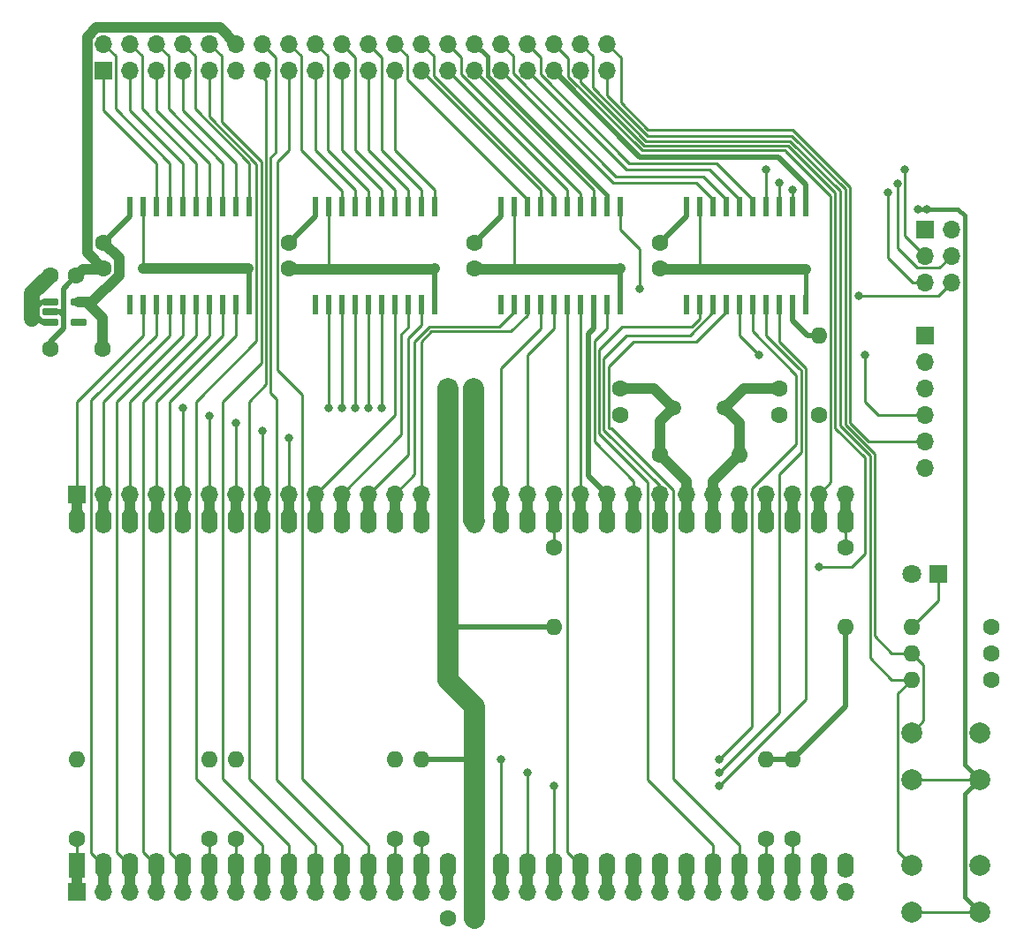
<source format=gbr>
%TF.GenerationSoftware,KiCad,Pcbnew,8.0.5*%
%TF.CreationDate,2025-08-25T13:08:50+09:00*%
%TF.ProjectId,TangConsoleDCJ11MEM,54616e67-436f-46e7-936f-6c6544434a31,rev?*%
%TF.SameCoordinates,Original*%
%TF.FileFunction,Copper,L1,Top*%
%TF.FilePolarity,Positive*%
%FSLAX46Y46*%
G04 Gerber Fmt 4.6, Leading zero omitted, Abs format (unit mm)*
G04 Created by KiCad (PCBNEW 8.0.5) date 2025-08-25 13:08:50*
%MOMM*%
%LPD*%
G01*
G04 APERTURE LIST*
G04 Aperture macros list*
%AMRoundRect*
0 Rectangle with rounded corners*
0 $1 Rounding radius*
0 $2 $3 $4 $5 $6 $7 $8 $9 X,Y pos of 4 corners*
0 Add a 4 corners polygon primitive as box body*
4,1,4,$2,$3,$4,$5,$6,$7,$8,$9,$2,$3,0*
0 Add four circle primitives for the rounded corners*
1,1,$1+$1,$2,$3*
1,1,$1+$1,$4,$5*
1,1,$1+$1,$6,$7*
1,1,$1+$1,$8,$9*
0 Add four rect primitives between the rounded corners*
20,1,$1+$1,$2,$3,$4,$5,0*
20,1,$1+$1,$4,$5,$6,$7,0*
20,1,$1+$1,$6,$7,$8,$9,0*
20,1,$1+$1,$8,$9,$2,$3,0*%
G04 Aperture macros list end*
%TA.AperFunction,ComponentPad*%
%ADD10C,1.600000*%
%TD*%
%TA.AperFunction,SMDPad,CuDef*%
%ADD11R,0.558800X1.981200*%
%TD*%
%TA.AperFunction,ComponentPad*%
%ADD12C,2.000000*%
%TD*%
%TA.AperFunction,ComponentPad*%
%ADD13O,1.600000X1.600000*%
%TD*%
%TA.AperFunction,ComponentPad*%
%ADD14R,1.700000X1.700000*%
%TD*%
%TA.AperFunction,ComponentPad*%
%ADD15O,1.700000X1.700000*%
%TD*%
%TA.AperFunction,ComponentPad*%
%ADD16C,1.500000*%
%TD*%
%TA.AperFunction,SMDPad,CuDef*%
%ADD17RoundRect,0.162500X-0.617500X-0.162500X0.617500X-0.162500X0.617500X0.162500X-0.617500X0.162500X0*%
%TD*%
%TA.AperFunction,ComponentPad*%
%ADD18C,1.800000*%
%TD*%
%TA.AperFunction,ComponentPad*%
%ADD19R,1.800000X1.800000*%
%TD*%
%TA.AperFunction,ComponentPad*%
%ADD20R,1.600000X2.400000*%
%TD*%
%TA.AperFunction,ComponentPad*%
%ADD21O,1.600000X2.400000*%
%TD*%
%TA.AperFunction,ComponentPad*%
%ADD22R,1.600000X1.600000*%
%TD*%
%TA.AperFunction,ViaPad*%
%ADD23C,0.800000*%
%TD*%
%TA.AperFunction,Conductor*%
%ADD24C,1.000000*%
%TD*%
%TA.AperFunction,Conductor*%
%ADD25C,0.250000*%
%TD*%
%TA.AperFunction,Conductor*%
%ADD26C,0.400000*%
%TD*%
%TA.AperFunction,Conductor*%
%ADD27C,0.500000*%
%TD*%
%TA.AperFunction,Conductor*%
%ADD28C,2.000000*%
%TD*%
%TA.AperFunction,Conductor*%
%ADD29C,1.500000*%
%TD*%
G04 APERTURE END LIST*
D10*
%TO.P,C8,1*%
%TO.N,+3.3V*%
X63500000Y-21590000D03*
%TO.P,C8,2*%
%TO.N,GND*%
X63500000Y-24090000D03*
%TD*%
%TO.P,C6,1*%
%TO.N,+3.3V*%
X27940000Y-21590000D03*
%TO.P,C6,2*%
%TO.N,GND*%
X27940000Y-24090000D03*
%TD*%
%TO.P,C7,1*%
%TO.N,+3.3V*%
X10160000Y-21590000D03*
%TO.P,C7,2*%
%TO.N,GND*%
X10160000Y-24090000D03*
%TD*%
%TO.P,C5,1*%
%TO.N,+3.3V*%
X45720000Y-21590000D03*
%TO.P,C5,2*%
%TO.N,GND*%
X45720000Y-24090000D03*
%TD*%
D11*
%TO.P,U5,1,NC*%
%TO.N,unconnected-(U5-NC-Pad1)*%
X66040000Y-27546300D03*
%TO.P,U5,2,A1*%
%TO.N,DAL17*%
X67310000Y-27546300D03*
%TO.P,U5,3,A2*%
%TO.N,SCTL_n*%
X68580000Y-27546300D03*
%TO.P,U5,4,A3*%
%TO.N,DAL16*%
X69850000Y-27546300D03*
%TO.P,U5,5,A4*%
%TO.N,GPIO_RX*%
X71120000Y-27546300D03*
%TO.P,U5,6,A5*%
%TO.N,BS0*%
X72390000Y-27546300D03*
%TO.P,U5,7,A6*%
%TO.N,BS1*%
X73660000Y-27546300D03*
%TO.P,U5,8,A7*%
%TO.N,MAP_n*%
X74930000Y-27546300D03*
%TO.P,U5,9,A8*%
%TO.N,Net-(U5-A8)*%
X76200000Y-27546300D03*
%TO.P,U5,10,GND*%
%TO.N,GND*%
X77470000Y-27546300D03*
%TO.P,U5,11,B8*%
%TO.N,CLK2_L*%
X77470000Y-18173700D03*
%TO.P,U5,12,B7*%
%TO.N,MAP_n_L*%
X76200000Y-18173700D03*
%TO.P,U5,13,B6*%
%TO.N,BS1_L*%
X74930000Y-18173700D03*
%TO.P,U5,14,B5*%
%TO.N,BS0_L*%
X73660000Y-18173700D03*
%TO.P,U5,15,B4*%
%TO.N,GPIO_RX_L*%
X72390000Y-18173700D03*
%TO.P,U5,16,B3*%
%TO.N,DAL16_L*%
X71120000Y-18173700D03*
%TO.P,U5,17,B2*%
%TO.N,SCTL_n_L*%
X69850000Y-18173700D03*
%TO.P,U5,18,B1*%
%TO.N,DAL17_L*%
X68580000Y-18173700D03*
%TO.P,U5,19,\u002AOE*%
%TO.N,GND*%
X67310000Y-18173700D03*
%TO.P,U5,20,VCC*%
%TO.N,+3.3V*%
X66040000Y-18173700D03*
%TD*%
D12*
%TO.P,SW1,2,2*%
%TO.N,+3.3V*%
X94130000Y-73080000D03*
X87630000Y-73080000D03*
%TO.P,SW1,1,1*%
%TO.N,INIT_SW*%
X94130000Y-68580000D03*
X87630000Y-68580000D03*
%TD*%
D10*
%TO.P,R8,1*%
%TO.N,PARITY_n*%
X40640000Y-78740000D03*
D13*
%TO.P,R8,2*%
%TO.N,+5V*%
X40640000Y-71120000D03*
%TD*%
D14*
%TO.P,J5,1,Pin_1*%
%TO.N,GND*%
X88900000Y-20320000D03*
D15*
%TO.P,J5,2,Pin_2*%
X91440000Y-20320000D03*
%TO.P,J5,3,Pin_3*%
%TO.N,BS0_L*%
X88900000Y-22860000D03*
%TO.P,J5,4,Pin_4*%
%TO.N,BS1_L*%
X91440000Y-22860000D03*
%TO.P,J5,5,Pin_5*%
%TO.N,MAP_n_L*%
X88900000Y-25400000D03*
%TO.P,J5,6,Pin_6*%
%TO.N,STRB_n_L*%
X91440000Y-25400000D03*
%TD*%
D14*
%TO.P,J2,1,Pin_1*%
%TO.N,TEST1_n*%
X7620000Y-83820000D03*
D15*
%TO.P,J2,2,Pin_2*%
%TO.N,AIO0*%
X10160000Y-83820000D03*
%TO.P,J2,3,Pin_3*%
%TO.N,AIO1*%
X12700000Y-83820000D03*
%TO.P,J2,4,Pin_4*%
%TO.N,AIO2*%
X15240000Y-83820000D03*
%TO.P,J2,5,Pin_5*%
%TO.N,AIO3*%
X17780000Y-83820000D03*
%TO.P,J2,6,Pin_6*%
%TO.N,PWRF_n*%
X20320000Y-83820000D03*
%TO.P,J2,7,Pin_7*%
%TO.N,FPE_n*%
X22860000Y-83820000D03*
%TO.P,J2,8,Pin_8*%
%TO.N,EVENT_n*%
X25400000Y-83820000D03*
%TO.P,J2,9,Pin_9*%
%TO.N,HALT*%
X27940000Y-83820000D03*
%TO.P,J2,10,Pin_10*%
%TO.N,IRQ0*%
X30480000Y-83820000D03*
%TO.P,J2,11,Pin_11*%
%TO.N,IRQ1*%
X33020000Y-83820000D03*
%TO.P,J2,12,Pin_12*%
%TO.N,IRQ2*%
X35560000Y-83820000D03*
%TO.P,J2,13,Pin_13*%
%TO.N,IRQ3*%
X38100000Y-83820000D03*
%TO.P,J2,14,Pin_14*%
%TO.N,PARITY_n*%
X40640000Y-83820000D03*
%TO.P,J2,15,Pin_15*%
%TO.N,GND*%
X43180000Y-83820000D03*
%TO.P,J2,16,Pin_16*%
%TO.N,+5V*%
X45720000Y-83820000D03*
%TO.P,J2,17,Pin_17*%
%TO.N,BS0*%
X48260000Y-83820000D03*
%TO.P,J2,18,Pin_18*%
%TO.N,BS1*%
X50800000Y-83820000D03*
%TO.P,J2,19,Pin_19*%
%TO.N,MAP_n*%
X53340000Y-83820000D03*
%TO.P,J2,20,Pin_20*%
%TO.N,ABORT_n*%
X55880000Y-83820000D03*
%TO.P,J2,21,Pin_21*%
%TO.N,DAL21*%
X58420000Y-83820000D03*
%TO.P,J2,22,Pin_22*%
%TO.N,DAL20*%
X60960000Y-83820000D03*
%TO.P,J2,23,Pin_23*%
%TO.N,DAL19*%
X63500000Y-83820000D03*
%TO.P,J2,24,Pin_24*%
%TO.N,DAL18*%
X66040000Y-83820000D03*
%TO.P,J2,25,Pin_25*%
%TO.N,DAL17*%
X68580000Y-83820000D03*
%TO.P,J2,26,Pin_26*%
%TO.N,DAL16*%
X71120000Y-83820000D03*
%TO.P,J2,27,Pin_27*%
%TO.N,DMR_n*%
X73660000Y-83820000D03*
%TO.P,J2,28,Pin_28*%
%TO.N,MISS_n*%
X76200000Y-83820000D03*
%TO.P,J2,29,Pin_29*%
%TO.N,PRDC_n*%
X78740000Y-83820000D03*
%TO.P,J2,30,Pin_30*%
%TO.N,unconnected-(J2-Pin_30-Pad30)*%
X81280000Y-83820000D03*
%TD*%
D10*
%TO.P,R11,1*%
%TO.N,CLK2*%
X78740000Y-38100000D03*
D13*
%TO.P,R11,2*%
%TO.N,Net-(U5-A8)*%
X78740000Y-30480000D03*
%TD*%
D10*
%TO.P,R12,1*%
%TO.N,GND*%
X95250000Y-58420000D03*
D13*
%TO.P,R12,2*%
%TO.N,Net-(D1-K)*%
X87630000Y-58420000D03*
%TD*%
D10*
%TO.P,R10,1*%
%TO.N,MISS_n*%
X76200000Y-78740000D03*
D13*
%TO.P,R10,2*%
%TO.N,+5V*%
X76200000Y-71120000D03*
%TD*%
D16*
%TO.P,Y1,1,1*%
%TO.N,XTALI*%
X69650000Y-37465000D03*
%TO.P,Y1,2,2*%
%TO.N,XTALO*%
X64770000Y-37465000D03*
%TD*%
D17*
%TO.P,U6,1,VIN*%
%TO.N,+5V*%
X5080000Y-27310000D03*
%TO.P,U6,2,GND*%
%TO.N,GND*%
X5080000Y-28260000D03*
%TO.P,U6,3,CONTROL*%
%TO.N,+5V*%
X5080000Y-29210000D03*
%TO.P,U6,4,CS*%
%TO.N,unconnected-(U6-CS-Pad4)*%
X7780000Y-29210000D03*
%TO.P,U6,5,VOUT*%
%TO.N,+3.3V*%
X7780000Y-27310000D03*
%TD*%
D18*
%TO.P,D1,2,A*%
%TO.N,+5V*%
X87630000Y-53340000D03*
D19*
%TO.P,D1,1,K*%
%TO.N,Net-(D1-K)*%
X90170000Y-53340000D03*
%TD*%
D10*
%TO.P,C1,1*%
%TO.N,GND*%
X59690000Y-38100000D03*
%TO.P,C1,2*%
%TO.N,XTALO*%
X59690000Y-35600000D03*
%TD*%
%TO.P,R3,1*%
%TO.N,TEST2_n*%
X81280000Y-50800000D03*
D13*
%TO.P,R3,2*%
%TO.N,+5V*%
X81280000Y-58420000D03*
%TD*%
D10*
%TO.P,C2,1*%
%TO.N,GND*%
X74930000Y-38100000D03*
%TO.P,C2,2*%
%TO.N,XTALI*%
X74930000Y-35600000D03*
%TD*%
%TO.P,R2,1*%
%TO.N,DV*%
X53340000Y-50800000D03*
D13*
%TO.P,R2,2*%
%TO.N,+5V*%
X53340000Y-58420000D03*
%TD*%
D10*
%TO.P,R13,1*%
%TO.N,GND*%
X95250000Y-60960000D03*
D13*
%TO.P,R13,2*%
%TO.N,INIT_SW*%
X87630000Y-60960000D03*
%TD*%
D10*
%TO.P,R5,1*%
%TO.N,PWRF_n*%
X20320000Y-78740000D03*
D13*
%TO.P,R5,2*%
%TO.N,+5V*%
X20320000Y-71120000D03*
%TD*%
D10*
%TO.P,C10,1*%
%TO.N,+5V*%
X45720000Y-86360000D03*
%TO.P,C10,2*%
%TO.N,GND*%
X43220000Y-86360000D03*
%TD*%
D12*
%TO.P,SW2,1,1*%
%TO.N,HALT_SW*%
X87630000Y-81280000D03*
X94130000Y-81280000D03*
%TO.P,SW2,2,2*%
%TO.N,+3.3V*%
X87630000Y-85780000D03*
X94130000Y-85780000D03*
%TD*%
D10*
%TO.P,R7,1*%
%TO.N,IRQ3*%
X38100000Y-78740000D03*
D13*
%TO.P,R7,2*%
%TO.N,GND*%
X38100000Y-71120000D03*
%TD*%
D10*
%TO.P,R9,1*%
%TO.N,DMR_n*%
X73660000Y-78740000D03*
D13*
%TO.P,R9,2*%
%TO.N,+5V*%
X73660000Y-71120000D03*
%TD*%
D10*
%TO.P,R1,1*%
%TO.N,XTALO*%
X63500000Y-41910000D03*
D13*
%TO.P,R1,2*%
%TO.N,XTALI*%
X71120000Y-41910000D03*
%TD*%
D20*
%TO.P,U1,1,~{TEST1}*%
%TO.N,TEST1_n*%
X7620000Y-81280000D03*
D21*
%TO.P,U1,2,AIO0*%
%TO.N,AIO0*%
X10160000Y-81280000D03*
%TO.P,U1,3,AIO1*%
%TO.N,AIO1*%
X12700000Y-81280000D03*
%TO.P,U1,4,AIO2*%
%TO.N,AIO2*%
X15240000Y-81280000D03*
%TO.P,U1,5,AIO3*%
%TO.N,AIO3*%
X17780000Y-81280000D03*
%TO.P,U1,6,~{PWRF}*%
%TO.N,PWRF_n*%
X20320000Y-81280000D03*
%TO.P,U1,7,~{FPE}*%
%TO.N,FPE_n*%
X22860000Y-81280000D03*
%TO.P,U1,8,~{EVENT}*%
%TO.N,EVENT_n*%
X25400000Y-81280000D03*
%TO.P,U1,9,HALT*%
%TO.N,HALT*%
X27940000Y-81280000D03*
%TO.P,U1,10,IRQ0*%
%TO.N,IRQ0*%
X30480000Y-81280000D03*
%TO.P,U1,11,IRQ1*%
%TO.N,IRQ1*%
X33020000Y-81280000D03*
%TO.P,U1,12,IRQ2*%
%TO.N,IRQ2*%
X35560000Y-81280000D03*
%TO.P,U1,13,IRQ3*%
%TO.N,IRQ3*%
X38100000Y-81280000D03*
%TO.P,U1,14,~{PARITY}*%
%TO.N,PARITY_n*%
X40640000Y-81280000D03*
%TO.P,U1,15,GND*%
%TO.N,GND*%
X43180000Y-81280000D03*
%TO.P,U1,16,VCC*%
%TO.N,+5V*%
X45720000Y-81280000D03*
%TO.P,U1,17,BS0*%
%TO.N,BS0*%
X48260000Y-81280000D03*
%TO.P,U1,18,BS1*%
%TO.N,BS1*%
X50800000Y-81280000D03*
%TO.P,U1,19,~{MAP}*%
%TO.N,MAP_n*%
X53340000Y-81280000D03*
%TO.P,U1,20,~{ABORT}*%
%TO.N,ABORT_n*%
X55880000Y-81280000D03*
%TO.P,U1,21,DAL21*%
%TO.N,DAL21*%
X58420000Y-81280000D03*
%TO.P,U1,22,DAL20*%
%TO.N,DAL20*%
X60960000Y-81280000D03*
%TO.P,U1,23,DAL19*%
%TO.N,DAL19*%
X63500000Y-81280000D03*
%TO.P,U1,24,DAL18*%
%TO.N,DAL18*%
X66040000Y-81280000D03*
%TO.P,U1,25,DAL17*%
%TO.N,DAL17*%
X68580000Y-81280000D03*
%TO.P,U1,26,DAL16*%
%TO.N,DAL16*%
X71120000Y-81280000D03*
%TO.P,U1,27,~{DMR}*%
%TO.N,DMR_n*%
X73660000Y-81280000D03*
%TO.P,U1,28,~{MISS}*%
%TO.N,MISS_n*%
X76200000Y-81280000D03*
%TO.P,U1,29,~{PRDC}*%
%TO.N,PRDC_n*%
X78740000Y-81280000D03*
%TO.P,U1,30,NC*%
%TO.N,unconnected-(U1-NC-Pad30)*%
X81280000Y-81280000D03*
%TO.P,U1,31,~{TEST2}*%
%TO.N,TEST2_n*%
X81280000Y-48260000D03*
%TO.P,U1,32,CONT*%
%TO.N,CONT_n*%
X78740000Y-48260000D03*
%TO.P,U1,33,~{INIT}*%
%TO.N,INIT_n*%
X76200000Y-48260000D03*
%TO.P,U1,34,CLK2*%
%TO.N,CLK2*%
X73660000Y-48260000D03*
%TO.P,U1,35,CLK*%
%TO.N,CLK*%
X71120000Y-48260000D03*
%TO.P,U1,36,XTALI*%
%TO.N,XTALI*%
X68580000Y-48260000D03*
%TO.P,U1,37,XTALO*%
%TO.N,XTALO*%
X66040000Y-48260000D03*
%TO.P,U1,38,~{SCTL}*%
%TO.N,SCTL_n*%
X63500000Y-48260000D03*
%TO.P,U1,39,~{STRB}*%
%TO.N,STRB_n*%
X60960000Y-48260000D03*
%TO.P,U1,40,~{ALE}*%
%TO.N,ALE_n*%
X58420000Y-48260000D03*
%TO.P,U1,41,~{BUFCTL}*%
%TO.N,BUFCTL_n*%
X55880000Y-48260000D03*
%TO.P,U1,42,DV*%
%TO.N,DV*%
X53340000Y-48260000D03*
%TO.P,U1,43,DAL5*%
%TO.N,DAL5*%
X50800000Y-48260000D03*
%TO.P,U1,44,DAL4*%
%TO.N,DAL4*%
X48260000Y-48260000D03*
%TO.P,U1,45,GND*%
%TO.N,GND*%
X45720000Y-48260000D03*
%TO.P,U1,46,VCC*%
%TO.N,+5V*%
X43180000Y-48260000D03*
%TO.P,U1,47,DAL3*%
%TO.N,DAL3*%
X40640000Y-48260000D03*
%TO.P,U1,48,DAL2*%
%TO.N,DAL2*%
X38100000Y-48260000D03*
%TO.P,U1,49,DAL1*%
%TO.N,DAL1*%
X35560000Y-48260000D03*
%TO.P,U1,50,DAL15*%
%TO.N,DAL15*%
X33020000Y-48260000D03*
%TO.P,U1,51,DAL14*%
%TO.N,DAL14*%
X30480000Y-48260000D03*
%TO.P,U1,52,DAL13*%
%TO.N,DAL13*%
X27940000Y-48260000D03*
%TO.P,U1,53,DAL12*%
%TO.N,DAL12*%
X25400000Y-48260000D03*
%TO.P,U1,54,DAL11*%
%TO.N,DAL11*%
X22860000Y-48260000D03*
%TO.P,U1,55,DAL10*%
%TO.N,DAL10*%
X20320000Y-48260000D03*
%TO.P,U1,56,DAL9*%
%TO.N,DAL9*%
X17780000Y-48260000D03*
%TO.P,U1,57,DAL0*%
%TO.N,DAL0*%
X15240000Y-48260000D03*
%TO.P,U1,58,DAL8*%
%TO.N,DAL8*%
X12700000Y-48260000D03*
%TO.P,U1,59,DAL7*%
%TO.N,DAL7*%
X10160000Y-48260000D03*
%TO.P,U1,60,DAL6*%
%TO.N,DAL6*%
X7620000Y-48260000D03*
%TD*%
D10*
%TO.P,C9,1*%
%TO.N,+5V*%
X43180000Y-43180000D03*
%TO.P,C9,2*%
%TO.N,GND*%
X45680000Y-43180000D03*
%TD*%
%TO.P,R6,1*%
%TO.N,FPE_n*%
X22860000Y-78740000D03*
D13*
%TO.P,R6,2*%
%TO.N,+5V*%
X22860000Y-71120000D03*
%TD*%
D11*
%TO.P,U3,1,NC*%
%TO.N,unconnected-(U3-NC-Pad1)*%
X30480000Y-27546300D03*
%TO.P,U3,2,A1*%
%TO.N,DAL9*%
X31750000Y-27546300D03*
%TO.P,U3,3,A2*%
%TO.N,DAL10*%
X33020000Y-27546300D03*
%TO.P,U3,4,A3*%
%TO.N,DAL11*%
X34290000Y-27546300D03*
%TO.P,U3,5,A4*%
%TO.N,DAL12*%
X35560000Y-27546300D03*
%TO.P,U3,6,A5*%
%TO.N,DAL13*%
X36830000Y-27546300D03*
%TO.P,U3,7,A6*%
%TO.N,DAL14*%
X38100000Y-27546300D03*
%TO.P,U3,8,A7*%
%TO.N,DAL15*%
X39370000Y-27546300D03*
%TO.P,U3,9,A8*%
%TO.N,DAL1*%
X40640000Y-27546300D03*
%TO.P,U3,10,GND*%
%TO.N,GND*%
X41910000Y-27546300D03*
%TO.P,U3,11,B8*%
%TO.N,DAL1_L*%
X41910000Y-18173700D03*
%TO.P,U3,12,B7*%
%TO.N,DAL15_L*%
X40640000Y-18173700D03*
%TO.P,U3,13,B6*%
%TO.N,DAL14_L*%
X39370000Y-18173700D03*
%TO.P,U3,14,B5*%
%TO.N,DAL13_L*%
X38100000Y-18173700D03*
%TO.P,U3,15,B4*%
%TO.N,DAL12_L*%
X36830000Y-18173700D03*
%TO.P,U3,16,B3*%
%TO.N,DAL11_L*%
X35560000Y-18173700D03*
%TO.P,U3,17,B2*%
%TO.N,DAL10_L*%
X34290000Y-18173700D03*
%TO.P,U3,18,B1*%
%TO.N,DAL9_L*%
X33020000Y-18173700D03*
%TO.P,U3,19,\u002AOE*%
%TO.N,GND*%
X31750000Y-18173700D03*
%TO.P,U3,20,VCC*%
%TO.N,+3.3V*%
X30480000Y-18173700D03*
%TD*%
D10*
%TO.P,R4,1*%
%TO.N,TEST1_n*%
X7620000Y-78740000D03*
D13*
%TO.P,R4,2*%
%TO.N,+5V*%
X7620000Y-71120000D03*
%TD*%
D11*
%TO.P,U4,1,NC*%
%TO.N,unconnected-(U4-NC-Pad1)*%
X48260000Y-27546300D03*
%TO.P,U4,2,A1*%
%TO.N,DAL2*%
X49530000Y-27546300D03*
%TO.P,U4,3,A2*%
%TO.N,DAL3*%
X50800000Y-27546300D03*
%TO.P,U4,4,A3*%
%TO.N,DAL4*%
X52070000Y-27546300D03*
%TO.P,U4,5,A4*%
%TO.N,DAL5*%
X53340000Y-27546300D03*
%TO.P,U4,6,A5*%
%TO.N,ABORT_n*%
X54610000Y-27546300D03*
%TO.P,U4,7,A6*%
%TO.N,BUFCTL_n*%
X55880000Y-27546300D03*
%TO.P,U4,8,A7*%
%TO.N,ALE_n*%
X57150000Y-27546300D03*
%TO.P,U4,9,A8*%
%TO.N,STRB_n*%
X58420000Y-27546300D03*
%TO.P,U4,10,GND*%
%TO.N,GND*%
X59690000Y-27546300D03*
%TO.P,U4,11,B8*%
%TO.N,STRB_n_L*%
X59690000Y-18173700D03*
%TO.P,U4,12,B7*%
%TO.N,ALE_n_L*%
X58420000Y-18173700D03*
%TO.P,U4,13,B6*%
%TO.N,BUFCTL_n_L*%
X57150000Y-18173700D03*
%TO.P,U4,14,B5*%
%TO.N,ABORT_n_L*%
X55880000Y-18173700D03*
%TO.P,U4,15,B4*%
%TO.N,DAL5_L*%
X54610000Y-18173700D03*
%TO.P,U4,16,B3*%
%TO.N,DAL4_L*%
X53340000Y-18173700D03*
%TO.P,U4,17,B2*%
%TO.N,DAL3_L*%
X52070000Y-18173700D03*
%TO.P,U4,18,B1*%
%TO.N,DAL2_L*%
X50800000Y-18173700D03*
%TO.P,U4,19,\u002AOE*%
%TO.N,GND*%
X49530000Y-18173700D03*
%TO.P,U4,20,VCC*%
%TO.N,+3.3V*%
X48260000Y-18173700D03*
%TD*%
D22*
%TO.P,C11,1*%
%TO.N,+5V*%
X43180000Y-35560000D03*
D10*
%TO.P,C11,2*%
%TO.N,GND*%
X45680000Y-35560000D03*
%TD*%
%TO.P,R14,1*%
%TO.N,GND*%
X95250000Y-63500000D03*
D13*
%TO.P,R14,2*%
%TO.N,HALT_SW*%
X87630000Y-63500000D03*
%TD*%
D14*
%TO.P,J4,1,Pin_1*%
%TO.N,GND*%
X88900000Y-30480000D03*
D15*
%TO.P,J4,2,Pin_2*%
%TO.N,unconnected-(J4-Pin_2-Pad2)*%
X88900000Y-33020000D03*
%TO.P,J4,3,Pin_3*%
%TO.N,unconnected-(J4-Pin_3-Pad3)*%
X88900000Y-35560000D03*
%TO.P,J4,4,Pin_4*%
%TO.N,GPIO_RX*%
X88900000Y-38100000D03*
%TO.P,J4,5,Pin_5*%
%TO.N,GPIO_TX*%
X88900000Y-40640000D03*
%TO.P,J4,6,Pin_6*%
%TO.N,unconnected-(J4-Pin_6-Pad6)*%
X88900000Y-43180000D03*
%TD*%
D10*
%TO.P,C3,1*%
%TO.N,+5V*%
X5080000Y-24765000D03*
%TO.P,C3,2*%
%TO.N,GND*%
X7580000Y-24765000D03*
%TD*%
%TO.P,C4,1*%
%TO.N,+3.3V*%
X10080000Y-31750000D03*
%TO.P,C4,2*%
%TO.N,GND*%
X5080000Y-31750000D03*
%TD*%
D11*
%TO.P,U2,1,NC*%
%TO.N,unconnected-(U2-NC-Pad1)*%
X12700000Y-27546300D03*
%TO.P,U2,2,A1*%
%TO.N,DAL6*%
X13970000Y-27546300D03*
%TO.P,U2,3,A2*%
%TO.N,AIO0*%
X15240000Y-27546300D03*
%TO.P,U2,4,A3*%
%TO.N,DAL7*%
X16510000Y-27546300D03*
%TO.P,U2,5,A4*%
%TO.N,AIO1*%
X17780000Y-27546300D03*
%TO.P,U2,6,A5*%
%TO.N,DAL8*%
X19050000Y-27546300D03*
%TO.P,U2,7,A6*%
%TO.N,AIO2*%
X20320000Y-27546300D03*
%TO.P,U2,8,A7*%
%TO.N,DAL0*%
X21590000Y-27546300D03*
%TO.P,U2,9,A8*%
%TO.N,AIO3*%
X22860000Y-27546300D03*
%TO.P,U2,10,GND*%
%TO.N,GND*%
X24130000Y-27546300D03*
%TO.P,U2,11,B8*%
%TO.N,AIO3_L*%
X24130000Y-18173700D03*
%TO.P,U2,12,B7*%
%TO.N,DAL0_L*%
X22860000Y-18173700D03*
%TO.P,U2,13,B6*%
%TO.N,AIO2_L*%
X21590000Y-18173700D03*
%TO.P,U2,14,B5*%
%TO.N,DAL8_L*%
X20320000Y-18173700D03*
%TO.P,U2,15,B4*%
%TO.N,AIO1_L*%
X19050000Y-18173700D03*
%TO.P,U2,16,B3*%
%TO.N,DAL7_L*%
X17780000Y-18173700D03*
%TO.P,U2,17,B2*%
%TO.N,AIO0_L*%
X16510000Y-18173700D03*
%TO.P,U2,18,B1*%
%TO.N,DAL6_L*%
X15240000Y-18173700D03*
%TO.P,U2,19,\u002AOE*%
%TO.N,GND*%
X13970000Y-18173700D03*
%TO.P,U2,20,VCC*%
%TO.N,+3.3V*%
X12700000Y-18173700D03*
%TD*%
D14*
%TO.P,J3,1,Pin_1*%
%TO.N,DAL6*%
X7620000Y-45720000D03*
D15*
%TO.P,J3,2,Pin_2*%
%TO.N,DAL7*%
X10160000Y-45720000D03*
%TO.P,J3,3,Pin_3*%
%TO.N,DAL8*%
X12700000Y-45720000D03*
%TO.P,J3,4,Pin_4*%
%TO.N,DAL0*%
X15240000Y-45720000D03*
%TO.P,J3,5,Pin_5*%
%TO.N,DAL9*%
X17780000Y-45720000D03*
%TO.P,J3,6,Pin_6*%
%TO.N,DAL10*%
X20320000Y-45720000D03*
%TO.P,J3,7,Pin_7*%
%TO.N,DAL11*%
X22860000Y-45720000D03*
%TO.P,J3,8,Pin_8*%
%TO.N,DAL12*%
X25400000Y-45720000D03*
%TO.P,J3,9,Pin_9*%
%TO.N,DAL13*%
X27940000Y-45720000D03*
%TO.P,J3,10,Pin_10*%
%TO.N,DAL14*%
X30480000Y-45720000D03*
%TO.P,J3,11,Pin_11*%
%TO.N,DAL15*%
X33020000Y-45720000D03*
%TO.P,J3,12,Pin_12*%
%TO.N,DAL1*%
X35560000Y-45720000D03*
%TO.P,J3,13,Pin_13*%
%TO.N,DAL2*%
X38100000Y-45720000D03*
%TO.P,J3,14,Pin_14*%
%TO.N,DAL3*%
X40640000Y-45720000D03*
%TO.P,J3,15,Pin_15*%
%TO.N,+5V*%
X43180000Y-45720000D03*
%TO.P,J3,16,Pin_16*%
%TO.N,GND*%
X45720000Y-45720000D03*
%TO.P,J3,17,Pin_17*%
%TO.N,DAL4*%
X48260000Y-45720000D03*
%TO.P,J3,18,Pin_18*%
%TO.N,DAL5*%
X50800000Y-45720000D03*
%TO.P,J3,19,Pin_19*%
%TO.N,DV*%
X53340000Y-45720000D03*
%TO.P,J3,20,Pin_20*%
%TO.N,BUFCTL_n*%
X55880000Y-45720000D03*
%TO.P,J3,21,Pin_21*%
%TO.N,ALE_n*%
X58420000Y-45720000D03*
%TO.P,J3,22,Pin_22*%
%TO.N,STRB_n*%
X60960000Y-45720000D03*
%TO.P,J3,23,Pin_23*%
%TO.N,SCTL_n*%
X63500000Y-45720000D03*
%TO.P,J3,24,Pin_24*%
%TO.N,XTALO*%
X66040000Y-45720000D03*
%TO.P,J3,25,Pin_25*%
%TO.N,XTALI*%
X68580000Y-45720000D03*
%TO.P,J3,26,Pin_26*%
%TO.N,CLK*%
X71120000Y-45720000D03*
%TO.P,J3,27,Pin_27*%
%TO.N,CLK2*%
X73660000Y-45720000D03*
%TO.P,J3,28,Pin_28*%
%TO.N,INIT_n*%
X76200000Y-45720000D03*
%TO.P,J3,29,Pin_29*%
%TO.N,CONT_n*%
X78740000Y-45720000D03*
%TO.P,J3,30,Pin_30*%
%TO.N,TEST2_n*%
X81280000Y-45720000D03*
%TD*%
D14*
%TO.P,J1,1,Pin_1*%
%TO.N,DAL6_L*%
X10160000Y-5080000D03*
D15*
%TO.P,J1,2,Pin_2*%
%TO.N,AIO0_L*%
X10160000Y-2540000D03*
%TO.P,J1,3,Pin_3*%
%TO.N,DAL7_L*%
X12700000Y-5080000D03*
%TO.P,J1,4,Pin_4*%
%TO.N,AIO1_L*%
X12700000Y-2540000D03*
%TO.P,J1,5,Pin_5*%
%TO.N,DAL8_L*%
X15240000Y-5080000D03*
%TO.P,J1,6,Pin_6*%
%TO.N,AIO2_L*%
X15240000Y-2540000D03*
%TO.P,J1,7,Pin_7*%
%TO.N,DAL0_L*%
X17780000Y-5080000D03*
%TO.P,J1,8,Pin_8*%
%TO.N,AIO3_L*%
X17780000Y-2540000D03*
%TO.P,J1,9,Pin_9*%
%TO.N,EVENT_n*%
X20320000Y-5080000D03*
%TO.P,J1,10,Pin_10*%
%TO.N,HALT*%
X20320000Y-2540000D03*
%TO.P,J1,11,Pin_11*%
%TO.N,+5V*%
X22860000Y-5080000D03*
%TO.P,J1,12,Pin_12*%
%TO.N,GND*%
X22860000Y-2540000D03*
%TO.P,J1,13,Pin_13*%
%TO.N,IRQ0*%
X25400000Y-5080000D03*
%TO.P,J1,14,Pin_14*%
%TO.N,IRQ1*%
X25400000Y-2540000D03*
%TO.P,J1,15,Pin_15*%
%TO.N,IRQ2*%
X27940000Y-5080000D03*
%TO.P,J1,16,Pin_16*%
%TO.N,DAL9_L*%
X27940000Y-2540000D03*
%TO.P,J1,17,Pin_17*%
%TO.N,DAL10_L*%
X30480000Y-5080000D03*
%TO.P,J1,18,Pin_18*%
%TO.N,DAL11_L*%
X30480000Y-2540000D03*
%TO.P,J1,19,Pin_19*%
%TO.N,DAL12_L*%
X33020000Y-5080000D03*
%TO.P,J1,20,Pin_20*%
%TO.N,DAL13_L*%
X33020000Y-2540000D03*
%TO.P,J1,21,Pin_21*%
%TO.N,DAL14_L*%
X35560000Y-5080000D03*
%TO.P,J1,22,Pin_22*%
%TO.N,DAL15_L*%
X35560000Y-2540000D03*
%TO.P,J1,23,Pin_23*%
%TO.N,DAL1_L*%
X38100000Y-5080000D03*
%TO.P,J1,24,Pin_24*%
%TO.N,DAL2_L*%
X38100000Y-2540000D03*
%TO.P,J1,25,Pin_25*%
%TO.N,DAL3_L*%
X40640000Y-5080000D03*
%TO.P,J1,26,Pin_26*%
%TO.N,DAL4_L*%
X40640000Y-2540000D03*
%TO.P,J1,27,Pin_27*%
%TO.N,DAL5_L*%
X43180000Y-5080000D03*
%TO.P,J1,28,Pin_28*%
%TO.N,ABORT_n_L*%
X43180000Y-2540000D03*
%TO.P,J1,29,Pin_29*%
%TO.N,BUFCTL_n_L*%
X45720000Y-5080000D03*
%TO.P,J1,30,Pin_30*%
%TO.N,ALE_n_L*%
X45720000Y-2540000D03*
%TO.P,J1,31,Pin_31*%
%TO.N,DAL17_L*%
X48260000Y-5080000D03*
%TO.P,J1,32,Pin_32*%
%TO.N,SCTL_n_L*%
X48260000Y-2540000D03*
%TO.P,J1,33,Pin_33*%
%TO.N,DAL16_L*%
X50800000Y-5080000D03*
%TO.P,J1,34,Pin_34*%
%TO.N,GPIO_RX_L*%
X50800000Y-2540000D03*
%TO.P,J1,35,Pin_35*%
%TO.N,CLK2_L*%
X53340000Y-5080000D03*
%TO.P,J1,36,Pin_36*%
%TO.N,CONT_n*%
X53340000Y-2540000D03*
%TO.P,J1,37,Pin_37*%
%TO.N,INIT_n*%
X55880000Y-5080000D03*
%TO.P,J1,38,Pin_38*%
%TO.N,HALT_SW*%
X55880000Y-2540000D03*
%TO.P,J1,39,Pin_39*%
%TO.N,INIT_SW*%
X58420000Y-5080000D03*
%TO.P,J1,40,Pin_40*%
%TO.N,GPIO_TX*%
X58420000Y-2540000D03*
%TD*%
D23*
%TO.N,GND*%
X49530000Y-24090000D03*
X67310000Y-24130000D03*
X59690000Y-24090000D03*
X13970000Y-24090000D03*
X31750000Y-24090000D03*
X77470000Y-24130000D03*
X24130000Y-24090000D03*
X41910000Y-24090000D03*
%TO.N,DAL12*%
X35560000Y-37465000D03*
X25400000Y-39640000D03*
%TO.N,DAL13*%
X36830000Y-37465000D03*
X27940000Y-40365000D03*
%TO.N,DAL11*%
X34290000Y-37465000D03*
X22860000Y-38915000D03*
%TO.N,DAL10*%
X20320000Y-38190000D03*
X33020000Y-37465000D03*
%TO.N,DAL9*%
X17780000Y-37465000D03*
X31750000Y-37465000D03*
%TO.N,BS0*%
X69215000Y-71120000D03*
X48260000Y-71120000D03*
%TO.N,BS1*%
X50800000Y-72390000D03*
X69215000Y-72390000D03*
%TO.N,MAP_n*%
X69215000Y-73660000D03*
X53340000Y-73660000D03*
%TO.N,INIT_n*%
X78740000Y-52705000D03*
%TO.N,+3.3V*%
X88265000Y-18415000D03*
X89115003Y-18415000D03*
%TO.N,GPIO_RX*%
X73025000Y-32385000D03*
X83185000Y-32385000D03*
%TO.N,BS1_L*%
X74930000Y-15875000D03*
X86270000Y-15992257D03*
%TO.N,BS0_L*%
X86995000Y-14605000D03*
X73660000Y-14605000D03*
%TO.N,MAP_n_L*%
X76200000Y-16510000D03*
X85344000Y-16764000D03*
%TO.N,STRB_n_L*%
X61595000Y-26035000D03*
X82550000Y-26670000D03*
%TD*%
D24*
%TO.N,GND*%
X8610000Y-22580000D02*
X8610000Y-1897968D01*
X10160000Y-24130000D02*
X8610000Y-22580000D01*
X8215000Y-24130000D02*
X7580000Y-24765000D01*
X10160000Y-24130000D02*
X8215000Y-24130000D01*
%TO.N,+3.3V*%
X9101321Y-27310000D02*
X8559999Y-27310000D01*
X11660000Y-24751321D02*
X9101321Y-27310000D01*
X10160000Y-21590000D02*
X11660000Y-23090000D01*
X11660000Y-23090000D02*
X11660000Y-24751321D01*
%TO.N,GND*%
X59650000Y-24130000D02*
X59690000Y-24090000D01*
X45720000Y-24130000D02*
X59650000Y-24130000D01*
D25*
%TO.N,Net-(D1-K)*%
X90170000Y-55880000D02*
X87630000Y-58420000D01*
X90170000Y-53340000D02*
X90170000Y-55880000D01*
%TO.N,+3.3V*%
X94130000Y-73080000D02*
X87630000Y-73080000D01*
X94130000Y-85780000D02*
X87630000Y-85780000D01*
D26*
X92075000Y-18415000D02*
X88265000Y-18415000D01*
X92690000Y-19030000D02*
X92075000Y-18415000D01*
X92690000Y-71640000D02*
X92690000Y-19030000D01*
X94130000Y-73080000D02*
X92690000Y-71640000D01*
X92730000Y-74480000D02*
X94130000Y-73080000D01*
X94130000Y-85780000D02*
X92730000Y-84380000D01*
X92730000Y-84380000D02*
X92730000Y-74480000D01*
X88265000Y-18415000D02*
X89115003Y-18415000D01*
D25*
%TO.N,HALT_SW*%
X86305000Y-64825000D02*
X86305000Y-79955000D01*
X87630000Y-63500000D02*
X86305000Y-64825000D01*
X86305000Y-79955000D02*
X87630000Y-81280000D01*
%TO.N,INIT_SW*%
X88755000Y-62085000D02*
X88755000Y-67455000D01*
X88755000Y-67455000D02*
X87630000Y-68580000D01*
X87630000Y-60960000D02*
X88755000Y-62085000D01*
D26*
%TO.N,GND*%
X77470000Y-27546300D02*
X77470000Y-24130000D01*
D24*
X22860000Y-2540000D02*
X21310000Y-990000D01*
X45720000Y-48260000D02*
X45720000Y-45720000D01*
D27*
X5080000Y-31750000D02*
X5080000Y-31115000D01*
X41910000Y-27546300D02*
X41910000Y-24090000D01*
D25*
X13970000Y-18173700D02*
X13970000Y-24090000D01*
D24*
X43180000Y-83820000D02*
X43180000Y-81280000D01*
D27*
X6350000Y-28575000D02*
X6350000Y-25995000D01*
D25*
X67310000Y-18173700D02*
X67310000Y-24130000D01*
D27*
X6035000Y-28260000D02*
X6350000Y-28575000D01*
D28*
X45680000Y-48220000D02*
X45720000Y-48260000D01*
D24*
X27940000Y-24130000D02*
X41870000Y-24130000D01*
D25*
X31750000Y-18173700D02*
X31750000Y-24090000D01*
D27*
X24130000Y-27546300D02*
X24130000Y-24090000D01*
X5080000Y-31115000D02*
X6350000Y-29845000D01*
D24*
X63500000Y-24130000D02*
X77470000Y-24130000D01*
D27*
X6350000Y-29845000D02*
X6350000Y-28575000D01*
D24*
X41870000Y-24130000D02*
X41910000Y-24090000D01*
X9517968Y-990000D02*
X8610000Y-1897968D01*
X13970000Y-24090000D02*
X24030000Y-24090000D01*
D27*
X59690000Y-27546300D02*
X59690000Y-24090000D01*
D25*
X49530000Y-18173700D02*
X49530000Y-24090000D01*
D28*
X45680000Y-35560000D02*
X45680000Y-48220000D01*
D24*
X21310000Y-990000D02*
X9517968Y-990000D01*
D27*
X5080000Y-28260000D02*
X6035000Y-28260000D01*
X6350000Y-25995000D02*
X7580000Y-24765000D01*
D24*
%TO.N,XTALO*%
X63500000Y-41910000D02*
X63500000Y-38735000D01*
X66040000Y-44450000D02*
X63500000Y-41910000D01*
X66040000Y-46990000D02*
X66040000Y-45720000D01*
X62905000Y-35600000D02*
X64770000Y-37465000D01*
X66040000Y-48260000D02*
X66040000Y-46990000D01*
X63500000Y-38735000D02*
X64770000Y-37465000D01*
X59690000Y-35600000D02*
X62905000Y-35600000D01*
X66040000Y-45720000D02*
X66040000Y-44450000D01*
%TO.N,XTALI*%
X71120000Y-41910000D02*
X71120000Y-38935000D01*
X74930000Y-35600000D02*
X71515000Y-35600000D01*
X68580000Y-48260000D02*
X68580000Y-45720000D01*
X68580000Y-48260000D02*
X68580000Y-44450000D01*
X71120000Y-38935000D02*
X69650000Y-37465000D01*
X71515000Y-35600000D02*
X69650000Y-37465000D01*
X68580000Y-44450000D02*
X71120000Y-41910000D01*
D25*
%TO.N,AIO3*%
X16510000Y-36830000D02*
X16510000Y-80010000D01*
D24*
X17780000Y-83820000D02*
X17780000Y-81280000D01*
D25*
X22860000Y-27546300D02*
X22860000Y-30480000D01*
X16510000Y-80010000D02*
X17780000Y-81280000D01*
X22860000Y-30480000D02*
X16510000Y-36830000D01*
%TO.N,DAL12*%
X35560000Y-27546300D02*
X35560000Y-37465000D01*
X25400000Y-39640000D02*
X25400000Y-45720000D01*
D24*
X25400000Y-48260000D02*
X25400000Y-45720000D01*
D25*
%TO.N,DAL14*%
X38100000Y-38100000D02*
X30480000Y-45720000D01*
D24*
X30480000Y-48260000D02*
X30480000Y-45720000D01*
D25*
X38100000Y-27546300D02*
X38100000Y-38100000D01*
D24*
%TO.N,DAL0*%
X15240000Y-48260000D02*
X15240000Y-45720000D01*
D25*
X21590000Y-27546300D02*
X21590000Y-30480000D01*
X15240000Y-36830000D02*
X21590000Y-30480000D01*
X15240000Y-45720000D02*
X15240000Y-36830000D01*
%TO.N,DAL13*%
X27940000Y-40365000D02*
X27940000Y-45720000D01*
X36830000Y-27546300D02*
X36830000Y-37465000D01*
D24*
X27940000Y-48260000D02*
X27940000Y-45720000D01*
D25*
%TO.N,AIO0*%
X8985000Y-36736396D02*
X15240000Y-30481396D01*
X10160000Y-81280000D02*
X8985000Y-80105000D01*
X15240000Y-27546300D02*
X15240000Y-30481396D01*
D24*
X10160000Y-83820000D02*
X10160000Y-81280000D01*
D25*
X8985000Y-80105000D02*
X8985000Y-36736396D01*
%TO.N,SCTL_n*%
X58115000Y-32690000D02*
X58115000Y-39556396D01*
X60325698Y-30480698D02*
X60325000Y-30480000D01*
X63500000Y-45720000D02*
X63500000Y-44941396D01*
X60325000Y-30480000D02*
X58115000Y-32690000D01*
X60325698Y-30480698D02*
X66356802Y-30480698D01*
X66356802Y-30480698D02*
X68580000Y-28257500D01*
D24*
X63500000Y-48260000D02*
X63500000Y-45720000D01*
D25*
X63500000Y-44941396D02*
X58115000Y-39556396D01*
D24*
%TO.N,DAL4*%
X48260000Y-48260000D02*
X48260000Y-45720000D01*
D25*
X48260000Y-45720000D02*
X48260000Y-33655000D01*
X48260000Y-33655000D02*
X52070000Y-29845000D01*
X52070000Y-29845000D02*
X52070000Y-27546300D01*
%TO.N,AIO2*%
X13970000Y-80010000D02*
X15240000Y-81280000D01*
X20320000Y-27546300D02*
X20320000Y-30480000D01*
D24*
X15240000Y-83820000D02*
X15240000Y-81280000D01*
D25*
X13970000Y-36830000D02*
X13970000Y-80010000D01*
X20320000Y-30480000D02*
X13970000Y-36830000D01*
%TO.N,DAL15*%
X38735000Y-30353000D02*
X39370000Y-29718000D01*
X39370000Y-29718000D02*
X39370000Y-27546300D01*
X33020000Y-45720000D02*
X38735000Y-40005000D01*
X38735000Y-40005000D02*
X38735000Y-30353000D01*
D24*
X33020000Y-48260000D02*
X33020000Y-45720000D01*
D25*
%TO.N,DAL11*%
X34290000Y-27546300D02*
X34290000Y-37465000D01*
X22860000Y-38915000D02*
X22860000Y-45720000D01*
D24*
X22860000Y-48260000D02*
X22860000Y-45720000D01*
D25*
%TO.N,DAL3*%
X50800000Y-27546300D02*
X50800000Y-28576396D01*
X40640000Y-31115000D02*
X41618750Y-30136250D01*
X40640000Y-45720000D02*
X40640000Y-31115000D01*
X49240146Y-30136250D02*
X50800000Y-28576396D01*
D24*
X40640000Y-48260000D02*
X40640000Y-45720000D01*
D25*
X41618750Y-30136250D02*
X49240146Y-30136250D01*
D24*
%TO.N,DAL6*%
X7620000Y-48260000D02*
X7620000Y-45720000D01*
D25*
X13970000Y-30480000D02*
X13970000Y-27546300D01*
X7620000Y-45720000D02*
X7620000Y-36830000D01*
X7620000Y-36830000D02*
X13970000Y-30480000D01*
%TO.N,AIO1*%
X17780000Y-30480000D02*
X11430000Y-36830000D01*
X11430000Y-36830000D02*
X11430000Y-80010000D01*
D24*
X12700000Y-83820000D02*
X12700000Y-81280000D01*
D25*
X17780000Y-27546300D02*
X17780000Y-30480000D01*
X11430000Y-80010000D02*
X12700000Y-81280000D01*
%TO.N,DAL7*%
X16510000Y-30480000D02*
X10160000Y-36830000D01*
D24*
X10160000Y-48260000D02*
X10160000Y-45720000D01*
D25*
X16510000Y-27546300D02*
X16510000Y-30480000D01*
X10160000Y-36830000D02*
X10160000Y-45720000D01*
%TO.N,DAL5*%
X50800000Y-32385000D02*
X53340000Y-29845000D01*
X53340000Y-29845000D02*
X53340000Y-27546300D01*
D24*
X50800000Y-48260000D02*
X50800000Y-45720000D01*
D25*
X50800000Y-45720000D02*
X50800000Y-32385000D01*
%TO.N,DAL10*%
X33020000Y-27546300D02*
X33020000Y-37465000D01*
D24*
X20320000Y-48260000D02*
X20320000Y-45720000D01*
D25*
X20320000Y-38190000D02*
X20320000Y-45720000D01*
%TO.N,DAL9*%
X17780000Y-37465000D02*
X17780000Y-45720000D01*
D24*
X17780000Y-48260000D02*
X17780000Y-45720000D01*
D25*
X31750000Y-27546300D02*
X31750000Y-37465000D01*
%TO.N,DAL2*%
X41433750Y-29686250D02*
X48101250Y-29686250D01*
X40005698Y-43814302D02*
X40005698Y-31114302D01*
X48101250Y-29686250D02*
X49530000Y-28257500D01*
X41432354Y-29686250D02*
X41433750Y-29686250D01*
X40005698Y-43814302D02*
X38100000Y-45720000D01*
X40005698Y-31114302D02*
X40005698Y-31112906D01*
D24*
X38100000Y-48260000D02*
X38100000Y-45720000D01*
D25*
X40005698Y-31112906D02*
X41432354Y-29686250D01*
D24*
%TO.N,DAL1*%
X35560000Y-48260000D02*
X35560000Y-45720000D01*
D25*
X39370000Y-41910000D02*
X39370000Y-30734000D01*
X40640000Y-29464000D02*
X39370000Y-30734000D01*
X39370000Y-41910000D02*
X35560000Y-45720000D01*
X40640000Y-27546300D02*
X40640000Y-29464000D01*
D24*
%TO.N,ALE_n*%
X58420000Y-48260000D02*
X58420000Y-45720000D01*
D27*
X57150000Y-29845000D02*
X57150000Y-27546300D01*
X56640000Y-30355000D02*
X57150000Y-29845000D01*
X56640000Y-43940000D02*
X56640000Y-30355000D01*
X58420000Y-45720000D02*
X56640000Y-43940000D01*
D25*
%TO.N,DAL8*%
X19050000Y-30480000D02*
X12700000Y-36830000D01*
X19050000Y-27546300D02*
X19050000Y-30480000D01*
X12700000Y-36830000D02*
X12700000Y-45720000D01*
D24*
X12700000Y-48260000D02*
X12700000Y-45720000D01*
D25*
%TO.N,BUFCTL_n*%
X55880000Y-27546300D02*
X55880000Y-45720000D01*
D24*
X55880000Y-48260000D02*
X55880000Y-45720000D01*
D25*
%TO.N,FPE_n*%
X22860000Y-81280000D02*
X22860000Y-78740000D01*
D24*
X22860000Y-83820000D02*
X22860000Y-81280000D01*
%TO.N,PWRF_n*%
X20320000Y-83820000D02*
X20320000Y-81280000D01*
D25*
X20320000Y-81280000D02*
X20320000Y-78740000D01*
%TO.N,EVENT_n*%
X25400000Y-79375000D02*
X25400000Y-81280000D01*
X20320000Y-5080000D02*
X20320000Y-9523604D01*
X24855000Y-31025000D02*
X19050000Y-36830000D01*
D24*
X25400000Y-83820000D02*
X25400000Y-81280000D01*
D25*
X20320000Y-9523604D02*
X24855000Y-14058604D01*
X19050000Y-73025000D02*
X25400000Y-79375000D01*
X24855000Y-14058604D02*
X24855000Y-31025000D01*
X19050000Y-36830000D02*
X19050000Y-73025000D01*
%TO.N,IRQ1*%
X26717500Y-12949500D02*
X26717500Y-3857500D01*
X26205000Y-13462000D02*
X26717500Y-12949500D01*
X26765000Y-73120000D02*
X26765000Y-36576000D01*
X33020000Y-79375000D02*
X33020000Y-81280000D01*
X26765000Y-73120000D02*
X33020000Y-79375000D01*
D24*
X33020000Y-83820000D02*
X33020000Y-81280000D01*
D25*
X26205000Y-36016000D02*
X26205000Y-13462000D01*
X26205000Y-36016000D02*
X26765000Y-36576000D01*
X26717500Y-3857500D02*
X25400000Y-2540000D01*
%TO.N,BS0*%
X76570000Y-34290000D02*
X76570000Y-40905000D01*
X72295000Y-68040000D02*
X69215000Y-71120000D01*
X72295000Y-45180000D02*
X72295000Y-68040000D01*
X72390000Y-27546300D02*
X72390000Y-30110000D01*
D24*
X48260000Y-83820000D02*
X48260000Y-81280000D01*
D25*
X72390000Y-30110000D02*
X76570000Y-34290000D01*
X76570000Y-40905000D02*
X72295000Y-45180000D01*
X48260000Y-71120000D02*
X48260000Y-81280000D01*
%TO.N,HALT*%
X21590000Y-36830000D02*
X21590000Y-73025000D01*
X21495000Y-3715000D02*
X21495000Y-10062208D01*
X25305000Y-33115000D02*
X21590000Y-36830000D01*
X25305000Y-13872208D02*
X25305000Y-33115000D01*
X21495000Y-10062208D02*
X25305000Y-13872208D01*
X20320000Y-2540000D02*
X21495000Y-3715000D01*
X21590000Y-73025000D02*
X27940000Y-79375000D01*
D24*
X27940000Y-83820000D02*
X27940000Y-81280000D01*
D25*
X27940000Y-79375000D02*
X27940000Y-81280000D01*
%TO.N,DAL17*%
X57665000Y-31870000D02*
X59849448Y-29685552D01*
X57665000Y-31870000D02*
X57665000Y-39885000D01*
X68580000Y-79375000D02*
X68580000Y-81280000D01*
X57665000Y-39885000D02*
X62325000Y-44545000D01*
X59849448Y-29685552D02*
X66515552Y-29685552D01*
X62325000Y-44545000D02*
X62325000Y-73120000D01*
X67310000Y-27546300D02*
X67310000Y-28891104D01*
X62325000Y-73120000D02*
X68580000Y-79375000D01*
D24*
X68580000Y-83820000D02*
X68580000Y-81280000D01*
D25*
X67310000Y-28891104D02*
X66515552Y-29685552D01*
D24*
%TO.N,IRQ3*%
X38100000Y-83820000D02*
X38100000Y-81280000D01*
D25*
X38100000Y-81280000D02*
X38100000Y-78740000D01*
%TO.N,DMR_n*%
X73660000Y-81280000D02*
X73660000Y-78740000D01*
D24*
X73660000Y-83820000D02*
X73660000Y-81280000D01*
%TO.N,BS1*%
X50800000Y-83820000D02*
X50800000Y-81280000D01*
D25*
X73660000Y-30478604D02*
X76835000Y-33653604D01*
X76835000Y-33653604D02*
X76835000Y-33655000D01*
X50800000Y-81280000D02*
X50800000Y-72390000D01*
X77020000Y-33840000D02*
X77020000Y-41725000D01*
X76835000Y-33655000D02*
X77020000Y-33840000D01*
X74930000Y-66675000D02*
X74930000Y-43815000D01*
X73660000Y-30478604D02*
X73660000Y-27546300D01*
X69215000Y-72390000D02*
X74930000Y-66675000D01*
X77020000Y-41725000D02*
X74930000Y-43815000D01*
%TO.N,IRQ0*%
X25400000Y-5715000D02*
X25755000Y-6070000D01*
X25755000Y-6070000D02*
X25755000Y-35205000D01*
X30480000Y-79375000D02*
X30480000Y-81280000D01*
D24*
X30480000Y-83820000D02*
X30480000Y-81280000D01*
D25*
X24130000Y-73025000D02*
X30480000Y-79375000D01*
X24130000Y-36830000D02*
X24130000Y-73025000D01*
X25755000Y-35205000D02*
X24130000Y-36830000D01*
%TO.N,MAP_n*%
X74930000Y-31112208D02*
X77470000Y-33652208D01*
D24*
X53340000Y-83820000D02*
X53340000Y-81280000D01*
D25*
X74930000Y-27546300D02*
X74930000Y-31112208D01*
X77470000Y-33652208D02*
X77470000Y-65405000D01*
X53340000Y-73660000D02*
X53340000Y-81280000D01*
X77470000Y-65405000D02*
X69215000Y-73660000D01*
%TO.N,DAL16*%
X60961396Y-31116396D02*
X66991104Y-31116396D01*
X58565000Y-33510000D02*
X58565000Y-39370000D01*
X58565000Y-33510000D02*
X60960000Y-31115000D01*
X71120000Y-79375000D02*
X71120000Y-81280000D01*
X66991104Y-31116396D02*
X69850000Y-28257500D01*
X64770000Y-45328299D02*
X64770000Y-73025000D01*
X58565000Y-39370000D02*
X58811701Y-39370000D01*
X64770000Y-73025000D02*
X71120000Y-79375000D01*
X58811701Y-39370000D02*
X64770000Y-45328299D01*
D24*
X71120000Y-83820000D02*
X71120000Y-81280000D01*
D25*
X60960000Y-31115000D02*
X60961396Y-31116396D01*
D24*
%TO.N,PRDC_n*%
X78740000Y-83820000D02*
X78740000Y-81280000D01*
%TO.N,ABORT_n*%
X55880000Y-83820000D02*
X55880000Y-81280000D01*
D25*
X54610000Y-27546300D02*
X54610000Y-80010000D01*
X54610000Y-80010000D02*
X55880000Y-81280000D01*
D24*
%TO.N,DAL20*%
X60960000Y-83820000D02*
X60960000Y-81280000D01*
%TO.N,DAL19*%
X63500000Y-83820000D02*
X63500000Y-81280000D01*
D25*
%TO.N,TEST1_n*%
X7620000Y-81280000D02*
X7620000Y-78740000D01*
D24*
X7620000Y-83820000D02*
X7620000Y-81280000D01*
%TO.N,DAL21*%
X58420000Y-83820000D02*
X58420000Y-81280000D01*
%TO.N,DAL18*%
X66040000Y-83820000D02*
X66040000Y-81280000D01*
D25*
%TO.N,PARITY_n*%
X40640000Y-81280000D02*
X40640000Y-78740000D01*
D24*
X40640000Y-83820000D02*
X40640000Y-81280000D01*
%TO.N,MISS_n*%
X76200000Y-83820000D02*
X76200000Y-81280000D01*
D25*
X76200000Y-81280000D02*
X76200000Y-78740000D01*
%TO.N,IRQ2*%
X29210000Y-73025000D02*
X29210000Y-36195000D01*
X26815000Y-13825000D02*
X27940000Y-12700000D01*
X29210000Y-36195000D02*
X26815000Y-33800000D01*
D24*
X35560000Y-83820000D02*
X35560000Y-81280000D01*
D25*
X27940000Y-12700000D02*
X27940000Y-5080000D01*
X35560000Y-81280000D02*
X35560000Y-79375000D01*
X35560000Y-79375000D02*
X29210000Y-73025000D01*
X26815000Y-33800000D02*
X26815000Y-13825000D01*
%TO.N,STRB_n*%
X57215000Y-31050000D02*
X58420000Y-29845000D01*
X57215000Y-40705000D02*
X60960000Y-44450000D01*
X57215000Y-31050000D02*
X57215000Y-40705000D01*
X58420000Y-29845000D02*
X58420000Y-27546300D01*
X60960000Y-44450000D02*
X60960000Y-45720000D01*
D24*
X60960000Y-48260000D02*
X60960000Y-45720000D01*
D25*
%TO.N,DV*%
X53340000Y-50800000D02*
X53340000Y-48260000D01*
D24*
X53340000Y-48260000D02*
X53340000Y-45720000D01*
D25*
%TO.N,INIT_n*%
X61968396Y-12310000D02*
X55880000Y-6221604D01*
D24*
X76200000Y-48260000D02*
X76200000Y-45720000D01*
D25*
X83185000Y-42240000D02*
X80315000Y-39370000D01*
X83185000Y-51435000D02*
X83185000Y-42240000D01*
X80315000Y-39370000D02*
X80315000Y-16815000D01*
X55880000Y-6221604D02*
X55880000Y-5080000D01*
X81915000Y-52705000D02*
X83185000Y-51435000D01*
X75810000Y-12310000D02*
X61968396Y-12310000D01*
X80315000Y-16815000D02*
X75810000Y-12310000D01*
X78740000Y-52705000D02*
X81915000Y-52705000D01*
D24*
%TO.N,CLK2*%
X73660000Y-48260000D02*
X73660000Y-45720000D01*
%TO.N,CLK*%
X71120000Y-48260000D02*
X71120000Y-45720000D01*
D25*
%TO.N,TEST2_n*%
X81280000Y-50800000D02*
X81280000Y-48260000D01*
D24*
X81280000Y-48260000D02*
X81280000Y-45720000D01*
D25*
%TO.N,CONT_n*%
X75565000Y-12845000D02*
X79865000Y-17145000D01*
X54705000Y-3905000D02*
X54705000Y-5683000D01*
X75565000Y-12760000D02*
X75565000Y-12845000D01*
X54705000Y-5683000D02*
X61782000Y-12760000D01*
X53340000Y-2540000D02*
X54705000Y-3905000D01*
D24*
X78740000Y-48260000D02*
X78740000Y-45720000D01*
D25*
X61782000Y-12760000D02*
X75565000Y-12760000D01*
X79865000Y-44595000D02*
X79865000Y-17145000D01*
X78740000Y-45720000D02*
X79865000Y-44595000D01*
%TO.N,HALT_SW*%
X75996396Y-11860000D02*
X80765000Y-16628604D01*
X85725000Y-63500000D02*
X87630000Y-63500000D01*
X57055000Y-6760208D02*
X57055000Y-3715000D01*
X83635000Y-61410000D02*
X85725000Y-63500000D01*
X80765000Y-39183604D02*
X83635000Y-42053604D01*
X62154792Y-11860000D02*
X57055000Y-6760208D01*
X83635000Y-42053604D02*
X83635000Y-61410000D01*
X80765000Y-16628604D02*
X80765000Y-39183604D01*
X62154792Y-11860000D02*
X75996396Y-11860000D01*
X55880000Y-2540000D02*
X57055000Y-3715000D01*
%TO.N,INIT_SW*%
X81280000Y-16507208D02*
X81280000Y-39062208D01*
X58420000Y-7488812D02*
X62295594Y-11364406D01*
X58420000Y-5080000D02*
X58420000Y-7488812D01*
X76137198Y-11364406D02*
X81280000Y-16507208D01*
X62295594Y-11364406D02*
X76137198Y-11364406D01*
X84085000Y-41867208D02*
X84085000Y-59320000D01*
X81280000Y-39062208D02*
X84085000Y-41867208D01*
X84085000Y-59320000D02*
X85725000Y-60960000D01*
X85725000Y-60960000D02*
X87630000Y-60960000D01*
D28*
%TO.N,+5V*%
X45720000Y-86360000D02*
X45720000Y-71120000D01*
X43180000Y-35560000D02*
X43180000Y-48260000D01*
X43180000Y-63500000D02*
X43180000Y-58420000D01*
D27*
X3850000Y-27760001D02*
X4300001Y-27310000D01*
X53340000Y-58420000D02*
X43180000Y-58420000D01*
D29*
X5080000Y-24765000D02*
X3350000Y-26495000D01*
D27*
X3850000Y-28759999D02*
X3850000Y-27760001D01*
X40640000Y-71120000D02*
X45720000Y-71120000D01*
X76200000Y-71120000D02*
X81280000Y-66040000D01*
X5080000Y-29210000D02*
X4300001Y-29210000D01*
D28*
X45720000Y-71120000D02*
X45720000Y-66040000D01*
D27*
X73660000Y-71120000D02*
X76200000Y-71120000D01*
D29*
X3350000Y-26495000D02*
X3350000Y-28887816D01*
D27*
X81280000Y-66040000D02*
X81280000Y-58420000D01*
D28*
X45720000Y-66040000D02*
X43180000Y-63500000D01*
D27*
X4300001Y-29210000D02*
X3850000Y-28759999D01*
D28*
X43180000Y-58420000D02*
X43180000Y-48260000D01*
D27*
X4300001Y-27310000D02*
X5080000Y-27310000D01*
%TO.N,+3.3V*%
X66040000Y-19090000D02*
X63500000Y-21630000D01*
X12700000Y-18173700D02*
X12700000Y-19050000D01*
X30480000Y-19090000D02*
X27940000Y-21630000D01*
X48260000Y-18173700D02*
X48260000Y-19130000D01*
X12700000Y-19050000D02*
X10160000Y-21590000D01*
D24*
X10080000Y-28830001D02*
X8559999Y-27310000D01*
X7780000Y-27310000D02*
X8559999Y-27310000D01*
X10080000Y-31750000D02*
X10080000Y-28830001D01*
D27*
X48260000Y-19130000D02*
X45720000Y-21670000D01*
D24*
X7780000Y-27310000D02*
X9061321Y-27310000D01*
D27*
X66040000Y-18173700D02*
X66040000Y-19090000D01*
X30480000Y-18173700D02*
X30480000Y-19090000D01*
D25*
%TO.N,GPIO_TX*%
X59756292Y-3876292D02*
X59756292Y-8188708D01*
X59756292Y-8188708D02*
X62362584Y-10795000D01*
X81730000Y-38875812D02*
X81730000Y-16320812D01*
X76204188Y-10795000D02*
X81730000Y-16320812D01*
X58420000Y-2540000D02*
X59756292Y-3876292D01*
X88900000Y-40640000D02*
X83494188Y-40640000D01*
X62362584Y-10795000D02*
X76204188Y-10795000D01*
X83494188Y-40640000D02*
X81730000Y-38875812D01*
%TO.N,GPIO_RX*%
X88900000Y-38100000D02*
X84455000Y-38100000D01*
X83185000Y-36830000D02*
X83185000Y-32385000D01*
X84455000Y-38100000D02*
X83185000Y-36830000D01*
X73025000Y-32385000D02*
X71120000Y-30480000D01*
X71120000Y-27546300D02*
X71120000Y-30480000D01*
%TO.N,DAL14_L*%
X39370000Y-18173700D02*
X39370000Y-16510000D01*
X35560000Y-12700000D02*
X35560000Y-5080000D01*
X39370000Y-16510000D02*
X35560000Y-12700000D01*
%TO.N,DAL9_L*%
X29115000Y-3715000D02*
X27940000Y-2540000D01*
X29115000Y-12700000D02*
X29115000Y-3715000D01*
X33020000Y-16605000D02*
X29115000Y-12700000D01*
X33020000Y-18173700D02*
X33020000Y-16605000D01*
%TO.N,AIO1_L*%
X12700000Y-2540000D02*
X13875000Y-3715000D01*
X19050000Y-13970000D02*
X19050000Y-18173700D01*
X13875000Y-8795000D02*
X19050000Y-13970000D01*
X13875000Y-3715000D02*
X13875000Y-8795000D01*
%TO.N,AIO3_L*%
X18955000Y-3715000D02*
X18955000Y-8795000D01*
X18955000Y-8795000D02*
X24130000Y-13970000D01*
X17780000Y-2540000D02*
X18955000Y-3715000D01*
X24130000Y-13970000D02*
X24130000Y-18173700D01*
%TO.N,ABORT_n_L*%
X44450000Y-3810000D02*
X43180000Y-2540000D01*
X55880000Y-18173700D02*
X55880000Y-16901701D01*
X55880000Y-16901701D02*
X44450000Y-5471701D01*
X44450000Y-5471701D02*
X44450000Y-3810000D01*
%TO.N,SCTL_n_L*%
X69850000Y-17462500D02*
X67627500Y-15240000D01*
X49435000Y-5376701D02*
X49435000Y-3715000D01*
X59298299Y-15240000D02*
X49435000Y-5376701D01*
X67627500Y-15240000D02*
X59298299Y-15240000D01*
X49435000Y-3715000D02*
X48260000Y-2540000D01*
%TO.N,AIO0_L*%
X11335000Y-8795000D02*
X16510000Y-13970000D01*
X11335000Y-3715000D02*
X11335000Y-8795000D01*
X10160000Y-2540000D02*
X11335000Y-3715000D01*
X16510000Y-13970000D02*
X16510000Y-18173700D01*
%TO.N,DAL16_L*%
X60325000Y-14605000D02*
X68262500Y-14605000D01*
X50800000Y-5080000D02*
X60325000Y-14605000D01*
X71120000Y-17462500D02*
X68262500Y-14605000D01*
%TO.N,DAL7_L*%
X12700000Y-8890000D02*
X17780000Y-13970000D01*
X12700000Y-5080000D02*
X12700000Y-8890000D01*
X17780000Y-13970000D02*
X17780000Y-18173700D01*
%TO.N,DAL0_L*%
X22860000Y-13970000D02*
X22860000Y-18173700D01*
X17780000Y-8890000D02*
X22860000Y-13970000D01*
X17780000Y-5080000D02*
X17780000Y-8890000D01*
%TO.N,DAL10_L*%
X34290000Y-16510000D02*
X30480000Y-12700000D01*
X34290000Y-18173700D02*
X34290000Y-16510000D01*
X30480000Y-12700000D02*
X30480000Y-5080000D01*
%TO.N,DAL12_L*%
X33020000Y-12700000D02*
X33020000Y-5080000D01*
X36830000Y-18173700D02*
X36830000Y-16510000D01*
X36830000Y-16510000D02*
X33020000Y-12700000D01*
%TO.N,DAL4_L*%
X41815000Y-3715000D02*
X41815000Y-5618604D01*
X40640000Y-2540000D02*
X41815000Y-3715000D01*
X41815000Y-5618604D02*
X53340000Y-17143604D01*
X53340000Y-17143604D02*
X53340000Y-18173700D01*
%TO.N,DAL5_L*%
X54610000Y-16510000D02*
X43180000Y-5080000D01*
X54610000Y-18173700D02*
X54610000Y-16510000D01*
%TO.N,DAL1_L*%
X38100000Y-12700000D02*
X38100000Y-5080000D01*
X41910000Y-16510000D02*
X38100000Y-12700000D01*
X41910000Y-18173700D02*
X41910000Y-16510000D01*
%TO.N,DAL2_L*%
X39275000Y-5937500D02*
X39275000Y-3715000D01*
X39275000Y-3715000D02*
X38100000Y-2540000D01*
X50800000Y-17462500D02*
X39275000Y-5937500D01*
%TO.N,DAL3_L*%
X52070000Y-18173700D02*
X52070000Y-16510000D01*
X52070000Y-16510000D02*
X40640000Y-5080000D01*
D27*
%TO.N,CLK2_L*%
X77470000Y-16002000D02*
X77470000Y-18173700D01*
X61603827Y-13395000D02*
X74863000Y-13395000D01*
X74863000Y-13395000D02*
X77470000Y-16002000D01*
X53340000Y-5131173D02*
X61603827Y-13395000D01*
D25*
%TO.N,DAL8_L*%
X15240000Y-8890000D02*
X20320000Y-13970000D01*
X20320000Y-13970000D02*
X20320000Y-18173700D01*
X15240000Y-5080000D02*
X15240000Y-8890000D01*
%TO.N,DAL13_L*%
X38100000Y-16510000D02*
X34290000Y-12700000D01*
X38100000Y-18173700D02*
X38100000Y-16510000D01*
X34290000Y-3810000D02*
X33020000Y-2540000D01*
X34290000Y-12700000D02*
X34290000Y-3810000D01*
%TO.N,DAL17_L*%
X66992500Y-15875000D02*
X59055000Y-15875000D01*
X48260000Y-5080000D02*
X59055000Y-15875000D01*
X68580000Y-17462500D02*
X66992500Y-15875000D01*
%TO.N,AIO2_L*%
X16415000Y-3715000D02*
X16415000Y-8795000D01*
X15240000Y-2540000D02*
X16415000Y-3715000D01*
X16415000Y-8795000D02*
X21590000Y-13970000D01*
X21590000Y-13970000D02*
X21590000Y-18173700D01*
D26*
%TO.N,ALE_n_L*%
X45720000Y-2540000D02*
X46970000Y-3790000D01*
X46970000Y-3790000D02*
X46970000Y-5587538D01*
X46970000Y-5587538D02*
X58420000Y-17037538D01*
X58420000Y-17037538D02*
X58420000Y-18173700D01*
D25*
%TO.N,BUFCTL_n_L*%
X45720000Y-5080000D02*
X57150000Y-16510000D01*
X57150000Y-16510000D02*
X57150000Y-18173700D01*
%TO.N,GPIO_RX_L*%
X72390000Y-17462500D02*
X68897500Y-13970000D01*
X68897500Y-13970000D02*
X60568299Y-13970000D01*
X52070000Y-5471701D02*
X52070000Y-3810000D01*
X60568299Y-13970000D02*
X52070000Y-5471701D01*
X52070000Y-3810000D02*
X50800000Y-2540000D01*
%TO.N,DAL6_L*%
X10160000Y-5080000D02*
X10160000Y-8890000D01*
X15240000Y-13970000D02*
X15240000Y-18173700D01*
X10160000Y-8890000D02*
X15240000Y-13970000D01*
%TO.N,DAL11_L*%
X31655000Y-3715000D02*
X30480000Y-2540000D01*
X35560000Y-16605000D02*
X31655000Y-12700000D01*
X35560000Y-18173700D02*
X35560000Y-16605000D01*
X31655000Y-12700000D02*
X31655000Y-3715000D01*
%TO.N,DAL15_L*%
X36830000Y-12700000D02*
X36830000Y-3810000D01*
X40640000Y-16510000D02*
X36830000Y-12700000D01*
X40640000Y-18173700D02*
X40640000Y-16510000D01*
X36830000Y-3810000D02*
X35560000Y-2540000D01*
D27*
%TO.N,Net-(U5-A8)*%
X77608630Y-30480000D02*
X76200000Y-29071370D01*
X78740000Y-30480000D02*
X77608630Y-30480000D01*
X76200000Y-29071370D02*
X76200000Y-27546300D01*
D25*
%TO.N,BS1_L*%
X88170000Y-24035000D02*
X86270000Y-22135000D01*
X74930000Y-18173700D02*
X74930000Y-15875000D01*
X91440000Y-22860000D02*
X90265000Y-24035000D01*
X86270000Y-22135000D02*
X86270000Y-15992257D01*
X90265000Y-24035000D02*
X88170000Y-24035000D01*
%TO.N,BS0_L*%
X86995000Y-14605000D02*
X86995000Y-20955000D01*
X73660000Y-18173700D02*
X73660000Y-14605000D01*
X86995000Y-20955000D02*
X88900000Y-22860000D01*
%TO.N,MAP_n_L*%
X87697919Y-25400000D02*
X85344000Y-23046081D01*
X85344000Y-23046081D02*
X85344000Y-16764000D01*
X88900000Y-25400000D02*
X87697919Y-25400000D01*
X76200000Y-18173700D02*
X76200000Y-16510000D01*
%TO.N,STRB_n_L*%
X61595000Y-26035000D02*
X61595000Y-22225000D01*
X59690000Y-20320000D02*
X59690000Y-18173700D01*
X90170000Y-26670000D02*
X82550000Y-26670000D01*
X91440000Y-25400000D02*
X90170000Y-26670000D01*
X61595000Y-22225000D02*
X59690000Y-20320000D01*
%TD*%
M02*

</source>
